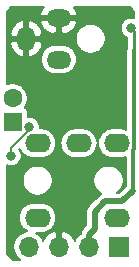
<source format=gbr>
%TF.GenerationSoftware,KiCad,Pcbnew,5.1.10*%
%TF.CreationDate,2021-05-14T23:01:05+02:00*%
%TF.ProjectId,kenwood-trrs,6b656e77-6f6f-4642-9d74-7272732e6b69,rev?*%
%TF.SameCoordinates,Original*%
%TF.FileFunction,Copper,L2,Bot*%
%TF.FilePolarity,Positive*%
%FSLAX46Y46*%
G04 Gerber Fmt 4.6, Leading zero omitted, Abs format (unit mm)*
G04 Created by KiCad (PCBNEW 5.1.10) date 2021-05-14 23:01:05*
%MOMM*%
%LPD*%
G01*
G04 APERTURE LIST*
%TA.AperFunction,ComponentPad*%
%ADD10C,1.600000*%
%TD*%
%TA.AperFunction,ComponentPad*%
%ADD11R,1.600000X1.600000*%
%TD*%
%TA.AperFunction,ComponentPad*%
%ADD12O,2.200000X1.600000*%
%TD*%
%TA.AperFunction,ComponentPad*%
%ADD13O,1.700000X1.700000*%
%TD*%
%TA.AperFunction,ComponentPad*%
%ADD14R,1.700000X1.700000*%
%TD*%
%TA.AperFunction,ComponentPad*%
%ADD15O,2.100000X1.500000*%
%TD*%
%TA.AperFunction,ComponentPad*%
%ADD16O,1.500000X2.100000*%
%TD*%
%TA.AperFunction,ViaPad*%
%ADD17C,0.800000*%
%TD*%
%TA.AperFunction,Conductor*%
%ADD18C,0.500000*%
%TD*%
%TA.AperFunction,Conductor*%
%ADD19C,0.300000*%
%TD*%
%TA.AperFunction,Conductor*%
%ADD20C,0.250000*%
%TD*%
%TA.AperFunction,Conductor*%
%ADD21C,0.200000*%
%TD*%
%TA.AperFunction,Conductor*%
%ADD22C,0.150000*%
%TD*%
%TA.AperFunction,Conductor*%
%ADD23C,0.100000*%
%TD*%
G04 APERTURE END LIST*
D10*
%TO.P,C1,2*%
%TO.N,Net-(C1-Pad2)*%
X149000000Y-81820000D03*
D11*
%TO.P,C1,1*%
%TO.N,/Mic+*%
X149000000Y-83820000D03*
%TD*%
D12*
%TO.P,J3,S*%
%TO.N,/PTT_Mic-*%
X157800000Y-85650000D03*
X157800000Y-91950000D03*
%TO.P,J3,R*%
%TO.N,/Mic+*%
X154600000Y-85650000D03*
%TO.P,J3,T*%
%TO.N,Net-(J3-PadT)*%
X151100000Y-85650000D03*
X151100000Y-91950000D03*
%TD*%
D13*
%TO.P,J1,S*%
%TO.N,/Mic+*%
X150380000Y-94400000D03*
%TO.P,J1,R2*%
%TO.N,GND*%
X152920000Y-94400000D03*
%TO.P,J1,R1*%
%TO.N,Net-(J1-PadR1)*%
X155460000Y-94400000D03*
D14*
%TO.P,J1,T*%
%TO.N,Net-(J1-PadT)*%
X158000000Y-94400000D03*
%TD*%
D15*
%TO.P,J2,R*%
%TO.N,GND*%
X152900000Y-75050000D03*
D16*
%TO.P,J2,S*%
X150150000Y-76800000D03*
D15*
%TO.P,J2,T*%
%TO.N,Net-(J2-PadT)*%
X152900000Y-78550000D03*
%TD*%
D17*
%TO.N,GND*%
X149098000Y-91186000D03*
X152900000Y-87099998D03*
X152350000Y-83650000D03*
X149000000Y-78700000D03*
%TO.N,Net-(J1-PadR1)*%
X159000000Y-75900000D03*
%TO.N,Net-(C2-Pad1)*%
X148865069Y-86684932D03*
X150400002Y-84250000D03*
%TD*%
D18*
%TO.N,Net-(J1-PadR1)*%
X155460000Y-93378999D02*
X155460000Y-94400000D01*
X155956000Y-92882999D02*
X155460000Y-93378999D01*
X155956000Y-91440000D02*
X155956000Y-92882999D01*
X156846001Y-90549999D02*
X155956000Y-91440000D01*
X158289000Y-90549999D02*
X156846001Y-90549999D01*
X159200001Y-89638998D02*
X158289000Y-90549999D01*
D19*
X159200001Y-86176358D02*
X159250010Y-86126349D01*
X159200001Y-89638998D02*
X159200001Y-86176358D01*
X159250010Y-86126349D02*
X159250010Y-77749990D01*
D20*
X159250010Y-76150010D02*
X159000000Y-75900000D01*
X159250010Y-77749990D02*
X159250010Y-76150010D01*
D21*
%TO.N,Net-(C2-Pad1)*%
X150400002Y-84494349D02*
X150400002Y-84250000D01*
X148865069Y-86029282D02*
X150400002Y-84494349D01*
X148865069Y-86684932D02*
X148865069Y-86029282D01*
%TD*%
D22*
%TO.N,GND*%
X151586155Y-74163834D02*
X151432753Y-74378653D01*
X151324208Y-74619271D01*
X151323338Y-74666565D01*
X151426321Y-74871000D01*
X152721000Y-74871000D01*
X152721000Y-74851000D01*
X153079000Y-74851000D01*
X153079000Y-74871000D01*
X154373679Y-74871000D01*
X154476662Y-74666565D01*
X154475792Y-74619271D01*
X154367247Y-74378653D01*
X154213845Y-74163834D01*
X154172519Y-74125000D01*
X158968751Y-74125000D01*
X159188743Y-74418324D01*
X159275000Y-74547709D01*
X159275000Y-75066816D01*
X159255228Y-75058626D01*
X159086180Y-75025000D01*
X158913820Y-75025000D01*
X158744772Y-75058626D01*
X158585532Y-75124585D01*
X158442220Y-75220343D01*
X158320343Y-75342220D01*
X158224585Y-75485532D01*
X158158626Y-75644772D01*
X158125000Y-75813820D01*
X158125000Y-75986180D01*
X158158626Y-76155228D01*
X158224585Y-76314468D01*
X158320343Y-76457780D01*
X158442220Y-76579657D01*
X158585532Y-76675415D01*
X158650011Y-76702123D01*
X158650010Y-77574868D01*
X158634054Y-77627469D01*
X158625011Y-77719286D01*
X158625010Y-84484917D01*
X158590282Y-84466354D01*
X158349944Y-84393448D01*
X158162636Y-84375000D01*
X157437364Y-84375000D01*
X157250056Y-84393448D01*
X157009718Y-84466354D01*
X156788221Y-84584747D01*
X156594077Y-84744077D01*
X156434747Y-84938221D01*
X156316354Y-85159718D01*
X156243448Y-85400056D01*
X156218831Y-85650000D01*
X156243448Y-85899944D01*
X156316354Y-86140282D01*
X156434747Y-86361779D01*
X156594077Y-86555923D01*
X156788221Y-86715253D01*
X157009718Y-86833646D01*
X157250056Y-86906552D01*
X157437364Y-86925000D01*
X158162636Y-86925000D01*
X158349944Y-86906552D01*
X158575002Y-86838281D01*
X158575001Y-89238693D01*
X157988696Y-89824999D01*
X157860920Y-89824999D01*
X157912765Y-89790357D01*
X158090357Y-89612765D01*
X158229890Y-89403939D01*
X158326002Y-89171904D01*
X158375000Y-88925577D01*
X158375000Y-88674423D01*
X158326002Y-88428096D01*
X158229890Y-88196061D01*
X158090357Y-87987235D01*
X157912765Y-87809643D01*
X157703939Y-87670110D01*
X157471904Y-87573998D01*
X157225577Y-87525000D01*
X156974423Y-87525000D01*
X156728096Y-87573998D01*
X156496061Y-87670110D01*
X156287235Y-87809643D01*
X156109643Y-87987235D01*
X155970110Y-88196061D01*
X155873998Y-88428096D01*
X155825000Y-88674423D01*
X155825000Y-88925577D01*
X155873998Y-89171904D01*
X155970110Y-89403939D01*
X156109643Y-89612765D01*
X156287235Y-89790357D01*
X156483662Y-89921606D01*
X156441264Y-89944268D01*
X156358526Y-90012169D01*
X156358524Y-90012171D01*
X156330869Y-90034867D01*
X156308173Y-90062522D01*
X155468524Y-90902172D01*
X155440868Y-90924869D01*
X155418172Y-90952524D01*
X155418170Y-90952526D01*
X155350270Y-91035263D01*
X155350269Y-91035264D01*
X155282947Y-91161213D01*
X155241491Y-91297876D01*
X155231000Y-91404394D01*
X155231000Y-91404403D01*
X155227494Y-91440000D01*
X155231000Y-91475597D01*
X155231001Y-92582694D01*
X154972523Y-92841172D01*
X154944868Y-92863868D01*
X154922172Y-92891523D01*
X154922170Y-92891525D01*
X154854270Y-92974262D01*
X154854269Y-92974263D01*
X154786947Y-93100212D01*
X154745491Y-93236875D01*
X154740538Y-93287165D01*
X154615362Y-93370805D01*
X154430805Y-93555362D01*
X154285800Y-93772377D01*
X154244651Y-93871719D01*
X154191950Y-93739960D01*
X154038742Y-93504497D01*
X153842542Y-93303448D01*
X153610889Y-93144539D01*
X153352685Y-93033877D01*
X153319211Y-93023730D01*
X153099000Y-93125256D01*
X153099000Y-94221000D01*
X153119000Y-94221000D01*
X153119000Y-94579000D01*
X153099000Y-94579000D01*
X153099000Y-94599000D01*
X152741000Y-94599000D01*
X152741000Y-94579000D01*
X152721000Y-94579000D01*
X152721000Y-94221000D01*
X152741000Y-94221000D01*
X152741000Y-93125256D01*
X152520789Y-93023730D01*
X152487315Y-93033877D01*
X152229111Y-93144539D01*
X151997458Y-93303448D01*
X151801258Y-93504497D01*
X151648050Y-93739960D01*
X151595349Y-93871719D01*
X151554200Y-93772377D01*
X151409195Y-93555362D01*
X151224638Y-93370805D01*
X151007623Y-93225800D01*
X151005692Y-93225000D01*
X151462636Y-93225000D01*
X151649944Y-93206552D01*
X151890282Y-93133646D01*
X152111779Y-93015253D01*
X152305923Y-92855923D01*
X152465253Y-92661779D01*
X152583646Y-92440282D01*
X152656552Y-92199944D01*
X152681169Y-91950000D01*
X152656552Y-91700056D01*
X152583646Y-91459718D01*
X152465253Y-91238221D01*
X152305923Y-91044077D01*
X152111779Y-90884747D01*
X151890282Y-90766354D01*
X151649944Y-90693448D01*
X151462636Y-90675000D01*
X150737364Y-90675000D01*
X150550056Y-90693448D01*
X150309718Y-90766354D01*
X150088221Y-90884747D01*
X149894077Y-91044077D01*
X149734747Y-91238221D01*
X149616354Y-91459718D01*
X149543448Y-91700056D01*
X149518831Y-91950000D01*
X149543448Y-92199944D01*
X149616354Y-92440282D01*
X149734747Y-92661779D01*
X149894077Y-92855923D01*
X150088221Y-93015253D01*
X150213424Y-93082176D01*
X149993512Y-93125919D01*
X149752377Y-93225800D01*
X149535362Y-93370805D01*
X149350805Y-93555362D01*
X149205800Y-93772377D01*
X149105919Y-94013512D01*
X149055000Y-94269499D01*
X149055000Y-94530501D01*
X149105919Y-94786488D01*
X149205800Y-95027623D01*
X149350805Y-95244638D01*
X149535362Y-95429195D01*
X149641329Y-95500000D01*
X149007107Y-95500000D01*
X148525000Y-95017895D01*
X148525000Y-88674423D01*
X149825000Y-88674423D01*
X149825000Y-88925577D01*
X149873998Y-89171904D01*
X149970110Y-89403939D01*
X150109643Y-89612765D01*
X150287235Y-89790357D01*
X150496061Y-89929890D01*
X150728096Y-90026002D01*
X150974423Y-90075000D01*
X151225577Y-90075000D01*
X151471904Y-90026002D01*
X151703939Y-89929890D01*
X151912765Y-89790357D01*
X152090357Y-89612765D01*
X152229890Y-89403939D01*
X152326002Y-89171904D01*
X152375000Y-88925577D01*
X152375000Y-88674423D01*
X152326002Y-88428096D01*
X152229890Y-88196061D01*
X152090357Y-87987235D01*
X151912765Y-87809643D01*
X151703939Y-87670110D01*
X151471904Y-87573998D01*
X151225577Y-87525000D01*
X150974423Y-87525000D01*
X150728096Y-87573998D01*
X150496061Y-87670110D01*
X150287235Y-87809643D01*
X150109643Y-87987235D01*
X149970110Y-88196061D01*
X149873998Y-88428096D01*
X149825000Y-88674423D01*
X148525000Y-88674423D01*
X148525000Y-87491164D01*
X148609841Y-87526306D01*
X148778889Y-87559932D01*
X148951249Y-87559932D01*
X149120297Y-87526306D01*
X149279537Y-87460347D01*
X149422849Y-87364589D01*
X149544726Y-87242712D01*
X149640484Y-87099400D01*
X149706443Y-86940160D01*
X149740069Y-86771112D01*
X149740069Y-86598752D01*
X149706443Y-86429704D01*
X149640484Y-86270464D01*
X149559003Y-86148520D01*
X149604923Y-86102600D01*
X149616354Y-86140282D01*
X149734747Y-86361779D01*
X149894077Y-86555923D01*
X150088221Y-86715253D01*
X150309718Y-86833646D01*
X150550056Y-86906552D01*
X150737364Y-86925000D01*
X151462636Y-86925000D01*
X151649944Y-86906552D01*
X151890282Y-86833646D01*
X152111779Y-86715253D01*
X152305923Y-86555923D01*
X152465253Y-86361779D01*
X152583646Y-86140282D01*
X152656552Y-85899944D01*
X152681169Y-85650000D01*
X153018831Y-85650000D01*
X153043448Y-85899944D01*
X153116354Y-86140282D01*
X153234747Y-86361779D01*
X153394077Y-86555923D01*
X153588221Y-86715253D01*
X153809718Y-86833646D01*
X154050056Y-86906552D01*
X154237364Y-86925000D01*
X154962636Y-86925000D01*
X155149944Y-86906552D01*
X155390282Y-86833646D01*
X155611779Y-86715253D01*
X155805923Y-86555923D01*
X155965253Y-86361779D01*
X156083646Y-86140282D01*
X156156552Y-85899944D01*
X156181169Y-85650000D01*
X156156552Y-85400056D01*
X156083646Y-85159718D01*
X155965253Y-84938221D01*
X155805923Y-84744077D01*
X155611779Y-84584747D01*
X155390282Y-84466354D01*
X155149944Y-84393448D01*
X154962636Y-84375000D01*
X154237364Y-84375000D01*
X154050056Y-84393448D01*
X153809718Y-84466354D01*
X153588221Y-84584747D01*
X153394077Y-84744077D01*
X153234747Y-84938221D01*
X153116354Y-85159718D01*
X153043448Y-85400056D01*
X153018831Y-85650000D01*
X152681169Y-85650000D01*
X152656552Y-85400056D01*
X152583646Y-85159718D01*
X152465253Y-84938221D01*
X152305923Y-84744077D01*
X152111779Y-84584747D01*
X151890282Y-84466354D01*
X151649944Y-84393448D01*
X151462636Y-84375000D01*
X151267280Y-84375000D01*
X151275002Y-84336180D01*
X151275002Y-84163820D01*
X151241376Y-83994772D01*
X151175417Y-83835532D01*
X151079659Y-83692220D01*
X150957782Y-83570343D01*
X150814470Y-83474585D01*
X150655230Y-83408626D01*
X150486182Y-83375000D01*
X150313822Y-83375000D01*
X150277298Y-83382265D01*
X150277298Y-83020000D01*
X150268127Y-82926884D01*
X150240966Y-82837346D01*
X150196859Y-82754827D01*
X150137501Y-82682499D01*
X150065173Y-82623141D01*
X150014784Y-82596208D01*
X150129890Y-82423939D01*
X150226002Y-82191904D01*
X150275000Y-81945577D01*
X150275000Y-81694423D01*
X150226002Y-81448096D01*
X150129890Y-81216061D01*
X149990357Y-81007235D01*
X149812765Y-80829643D01*
X149603939Y-80690110D01*
X149371904Y-80593998D01*
X149125577Y-80545000D01*
X148874423Y-80545000D01*
X148628096Y-80593998D01*
X148525000Y-80636702D01*
X148525000Y-78550000D01*
X151369073Y-78550000D01*
X151392725Y-78790142D01*
X151462772Y-79021055D01*
X151576522Y-79233866D01*
X151729603Y-79420397D01*
X151916134Y-79573478D01*
X152128945Y-79687228D01*
X152359858Y-79757275D01*
X152539822Y-79775000D01*
X153260178Y-79775000D01*
X153440142Y-79757275D01*
X153671055Y-79687228D01*
X153883866Y-79573478D01*
X154070397Y-79420397D01*
X154223478Y-79233866D01*
X154337228Y-79021055D01*
X154407275Y-78790142D01*
X154430927Y-78550000D01*
X154407275Y-78309858D01*
X154337228Y-78078945D01*
X154223478Y-77866134D01*
X154070397Y-77679603D01*
X153883866Y-77526522D01*
X153671055Y-77412772D01*
X153440142Y-77342725D01*
X153260178Y-77325000D01*
X152539822Y-77325000D01*
X152359858Y-77342725D01*
X152128945Y-77412772D01*
X151916134Y-77526522D01*
X151729603Y-77679603D01*
X151576522Y-77866134D01*
X151462772Y-78078945D01*
X151392725Y-78309858D01*
X151369073Y-78550000D01*
X148525000Y-78550000D01*
X148525000Y-77190283D01*
X148806489Y-77190283D01*
X148849918Y-77450654D01*
X148943308Y-77697550D01*
X149083070Y-77921482D01*
X149263834Y-78113845D01*
X149478653Y-78267247D01*
X149719271Y-78375792D01*
X149766565Y-78376662D01*
X149971000Y-78273679D01*
X149971000Y-76979000D01*
X150329000Y-76979000D01*
X150329000Y-78273679D01*
X150533435Y-78376662D01*
X150580729Y-78375792D01*
X150821347Y-78267247D01*
X151036166Y-78113845D01*
X151216930Y-77921482D01*
X151356692Y-77697550D01*
X151450082Y-77450654D01*
X151493511Y-77190283D01*
X151345344Y-76979000D01*
X150329000Y-76979000D01*
X149971000Y-76979000D01*
X148954656Y-76979000D01*
X148806489Y-77190283D01*
X148525000Y-77190283D01*
X148525000Y-76674423D01*
X154325000Y-76674423D01*
X154325000Y-76925577D01*
X154373998Y-77171904D01*
X154470110Y-77403939D01*
X154609643Y-77612765D01*
X154787235Y-77790357D01*
X154996061Y-77929890D01*
X155228096Y-78026002D01*
X155474423Y-78075000D01*
X155725577Y-78075000D01*
X155971904Y-78026002D01*
X156203939Y-77929890D01*
X156412765Y-77790357D01*
X156590357Y-77612765D01*
X156729890Y-77403939D01*
X156826002Y-77171904D01*
X156875000Y-76925577D01*
X156875000Y-76674423D01*
X156826002Y-76428096D01*
X156729890Y-76196061D01*
X156590357Y-75987235D01*
X156412765Y-75809643D01*
X156203939Y-75670110D01*
X155971904Y-75573998D01*
X155725577Y-75525000D01*
X155474423Y-75525000D01*
X155228096Y-75573998D01*
X154996061Y-75670110D01*
X154787235Y-75809643D01*
X154609643Y-75987235D01*
X154470110Y-76196061D01*
X154373998Y-76428096D01*
X154325000Y-76674423D01*
X148525000Y-76674423D01*
X148525000Y-76409717D01*
X148806489Y-76409717D01*
X148954656Y-76621000D01*
X149971000Y-76621000D01*
X149971000Y-75326321D01*
X150329000Y-75326321D01*
X150329000Y-76621000D01*
X151345344Y-76621000D01*
X151493511Y-76409717D01*
X151450082Y-76149346D01*
X151356692Y-75902450D01*
X151216930Y-75678518D01*
X151036166Y-75486155D01*
X150962339Y-75433435D01*
X151323338Y-75433435D01*
X151324208Y-75480729D01*
X151432753Y-75721347D01*
X151586155Y-75936166D01*
X151778518Y-76116930D01*
X152002450Y-76256692D01*
X152249346Y-76350082D01*
X152509717Y-76393511D01*
X152721000Y-76245344D01*
X152721000Y-75229000D01*
X153079000Y-75229000D01*
X153079000Y-76245344D01*
X153290283Y-76393511D01*
X153550654Y-76350082D01*
X153797550Y-76256692D01*
X154021482Y-76116930D01*
X154213845Y-75936166D01*
X154367247Y-75721347D01*
X154475792Y-75480729D01*
X154476662Y-75433435D01*
X154373679Y-75229000D01*
X153079000Y-75229000D01*
X152721000Y-75229000D01*
X151426321Y-75229000D01*
X151323338Y-75433435D01*
X150962339Y-75433435D01*
X150821347Y-75332753D01*
X150580729Y-75224208D01*
X150533435Y-75223338D01*
X150329000Y-75326321D01*
X149971000Y-75326321D01*
X149766565Y-75223338D01*
X149719271Y-75224208D01*
X149478653Y-75332753D01*
X149263834Y-75486155D01*
X149083070Y-75678518D01*
X148943308Y-75902450D01*
X148849918Y-76149346D01*
X148806489Y-76409717D01*
X148525000Y-76409717D01*
X148525000Y-74533333D01*
X148831250Y-74125000D01*
X151627481Y-74125000D01*
X151586155Y-74163834D01*
%TA.AperFunction,Conductor*%
D23*
G36*
X151586155Y-74163834D02*
G01*
X151432753Y-74378653D01*
X151324208Y-74619271D01*
X151323338Y-74666565D01*
X151426321Y-74871000D01*
X152721000Y-74871000D01*
X152721000Y-74851000D01*
X153079000Y-74851000D01*
X153079000Y-74871000D01*
X154373679Y-74871000D01*
X154476662Y-74666565D01*
X154475792Y-74619271D01*
X154367247Y-74378653D01*
X154213845Y-74163834D01*
X154172519Y-74125000D01*
X158968751Y-74125000D01*
X159188743Y-74418324D01*
X159275000Y-74547709D01*
X159275000Y-75066816D01*
X159255228Y-75058626D01*
X159086180Y-75025000D01*
X158913820Y-75025000D01*
X158744772Y-75058626D01*
X158585532Y-75124585D01*
X158442220Y-75220343D01*
X158320343Y-75342220D01*
X158224585Y-75485532D01*
X158158626Y-75644772D01*
X158125000Y-75813820D01*
X158125000Y-75986180D01*
X158158626Y-76155228D01*
X158224585Y-76314468D01*
X158320343Y-76457780D01*
X158442220Y-76579657D01*
X158585532Y-76675415D01*
X158650011Y-76702123D01*
X158650010Y-77574868D01*
X158634054Y-77627469D01*
X158625011Y-77719286D01*
X158625010Y-84484917D01*
X158590282Y-84466354D01*
X158349944Y-84393448D01*
X158162636Y-84375000D01*
X157437364Y-84375000D01*
X157250056Y-84393448D01*
X157009718Y-84466354D01*
X156788221Y-84584747D01*
X156594077Y-84744077D01*
X156434747Y-84938221D01*
X156316354Y-85159718D01*
X156243448Y-85400056D01*
X156218831Y-85650000D01*
X156243448Y-85899944D01*
X156316354Y-86140282D01*
X156434747Y-86361779D01*
X156594077Y-86555923D01*
X156788221Y-86715253D01*
X157009718Y-86833646D01*
X157250056Y-86906552D01*
X157437364Y-86925000D01*
X158162636Y-86925000D01*
X158349944Y-86906552D01*
X158575002Y-86838281D01*
X158575001Y-89238693D01*
X157988696Y-89824999D01*
X157860920Y-89824999D01*
X157912765Y-89790357D01*
X158090357Y-89612765D01*
X158229890Y-89403939D01*
X158326002Y-89171904D01*
X158375000Y-88925577D01*
X158375000Y-88674423D01*
X158326002Y-88428096D01*
X158229890Y-88196061D01*
X158090357Y-87987235D01*
X157912765Y-87809643D01*
X157703939Y-87670110D01*
X157471904Y-87573998D01*
X157225577Y-87525000D01*
X156974423Y-87525000D01*
X156728096Y-87573998D01*
X156496061Y-87670110D01*
X156287235Y-87809643D01*
X156109643Y-87987235D01*
X155970110Y-88196061D01*
X155873998Y-88428096D01*
X155825000Y-88674423D01*
X155825000Y-88925577D01*
X155873998Y-89171904D01*
X155970110Y-89403939D01*
X156109643Y-89612765D01*
X156287235Y-89790357D01*
X156483662Y-89921606D01*
X156441264Y-89944268D01*
X156358526Y-90012169D01*
X156358524Y-90012171D01*
X156330869Y-90034867D01*
X156308173Y-90062522D01*
X155468524Y-90902172D01*
X155440868Y-90924869D01*
X155418172Y-90952524D01*
X155418170Y-90952526D01*
X155350270Y-91035263D01*
X155350269Y-91035264D01*
X155282947Y-91161213D01*
X155241491Y-91297876D01*
X155231000Y-91404394D01*
X155231000Y-91404403D01*
X155227494Y-91440000D01*
X155231000Y-91475597D01*
X155231001Y-92582694D01*
X154972523Y-92841172D01*
X154944868Y-92863868D01*
X154922172Y-92891523D01*
X154922170Y-92891525D01*
X154854270Y-92974262D01*
X154854269Y-92974263D01*
X154786947Y-93100212D01*
X154745491Y-93236875D01*
X154740538Y-93287165D01*
X154615362Y-93370805D01*
X154430805Y-93555362D01*
X154285800Y-93772377D01*
X154244651Y-93871719D01*
X154191950Y-93739960D01*
X154038742Y-93504497D01*
X153842542Y-93303448D01*
X153610889Y-93144539D01*
X153352685Y-93033877D01*
X153319211Y-93023730D01*
X153099000Y-93125256D01*
X153099000Y-94221000D01*
X153119000Y-94221000D01*
X153119000Y-94579000D01*
X153099000Y-94579000D01*
X153099000Y-94599000D01*
X152741000Y-94599000D01*
X152741000Y-94579000D01*
X152721000Y-94579000D01*
X152721000Y-94221000D01*
X152741000Y-94221000D01*
X152741000Y-93125256D01*
X152520789Y-93023730D01*
X152487315Y-93033877D01*
X152229111Y-93144539D01*
X151997458Y-93303448D01*
X151801258Y-93504497D01*
X151648050Y-93739960D01*
X151595349Y-93871719D01*
X151554200Y-93772377D01*
X151409195Y-93555362D01*
X151224638Y-93370805D01*
X151007623Y-93225800D01*
X151005692Y-93225000D01*
X151462636Y-93225000D01*
X151649944Y-93206552D01*
X151890282Y-93133646D01*
X152111779Y-93015253D01*
X152305923Y-92855923D01*
X152465253Y-92661779D01*
X152583646Y-92440282D01*
X152656552Y-92199944D01*
X152681169Y-91950000D01*
X152656552Y-91700056D01*
X152583646Y-91459718D01*
X152465253Y-91238221D01*
X152305923Y-91044077D01*
X152111779Y-90884747D01*
X151890282Y-90766354D01*
X151649944Y-90693448D01*
X151462636Y-90675000D01*
X150737364Y-90675000D01*
X150550056Y-90693448D01*
X150309718Y-90766354D01*
X150088221Y-90884747D01*
X149894077Y-91044077D01*
X149734747Y-91238221D01*
X149616354Y-91459718D01*
X149543448Y-91700056D01*
X149518831Y-91950000D01*
X149543448Y-92199944D01*
X149616354Y-92440282D01*
X149734747Y-92661779D01*
X149894077Y-92855923D01*
X150088221Y-93015253D01*
X150213424Y-93082176D01*
X149993512Y-93125919D01*
X149752377Y-93225800D01*
X149535362Y-93370805D01*
X149350805Y-93555362D01*
X149205800Y-93772377D01*
X149105919Y-94013512D01*
X149055000Y-94269499D01*
X149055000Y-94530501D01*
X149105919Y-94786488D01*
X149205800Y-95027623D01*
X149350805Y-95244638D01*
X149535362Y-95429195D01*
X149641329Y-95500000D01*
X149007107Y-95500000D01*
X148525000Y-95017895D01*
X148525000Y-88674423D01*
X149825000Y-88674423D01*
X149825000Y-88925577D01*
X149873998Y-89171904D01*
X149970110Y-89403939D01*
X150109643Y-89612765D01*
X150287235Y-89790357D01*
X150496061Y-89929890D01*
X150728096Y-90026002D01*
X150974423Y-90075000D01*
X151225577Y-90075000D01*
X151471904Y-90026002D01*
X151703939Y-89929890D01*
X151912765Y-89790357D01*
X152090357Y-89612765D01*
X152229890Y-89403939D01*
X152326002Y-89171904D01*
X152375000Y-88925577D01*
X152375000Y-88674423D01*
X152326002Y-88428096D01*
X152229890Y-88196061D01*
X152090357Y-87987235D01*
X151912765Y-87809643D01*
X151703939Y-87670110D01*
X151471904Y-87573998D01*
X151225577Y-87525000D01*
X150974423Y-87525000D01*
X150728096Y-87573998D01*
X150496061Y-87670110D01*
X150287235Y-87809643D01*
X150109643Y-87987235D01*
X149970110Y-88196061D01*
X149873998Y-88428096D01*
X149825000Y-88674423D01*
X148525000Y-88674423D01*
X148525000Y-87491164D01*
X148609841Y-87526306D01*
X148778889Y-87559932D01*
X148951249Y-87559932D01*
X149120297Y-87526306D01*
X149279537Y-87460347D01*
X149422849Y-87364589D01*
X149544726Y-87242712D01*
X149640484Y-87099400D01*
X149706443Y-86940160D01*
X149740069Y-86771112D01*
X149740069Y-86598752D01*
X149706443Y-86429704D01*
X149640484Y-86270464D01*
X149559003Y-86148520D01*
X149604923Y-86102600D01*
X149616354Y-86140282D01*
X149734747Y-86361779D01*
X149894077Y-86555923D01*
X150088221Y-86715253D01*
X150309718Y-86833646D01*
X150550056Y-86906552D01*
X150737364Y-86925000D01*
X151462636Y-86925000D01*
X151649944Y-86906552D01*
X151890282Y-86833646D01*
X152111779Y-86715253D01*
X152305923Y-86555923D01*
X152465253Y-86361779D01*
X152583646Y-86140282D01*
X152656552Y-85899944D01*
X152681169Y-85650000D01*
X153018831Y-85650000D01*
X153043448Y-85899944D01*
X153116354Y-86140282D01*
X153234747Y-86361779D01*
X153394077Y-86555923D01*
X153588221Y-86715253D01*
X153809718Y-86833646D01*
X154050056Y-86906552D01*
X154237364Y-86925000D01*
X154962636Y-86925000D01*
X155149944Y-86906552D01*
X155390282Y-86833646D01*
X155611779Y-86715253D01*
X155805923Y-86555923D01*
X155965253Y-86361779D01*
X156083646Y-86140282D01*
X156156552Y-85899944D01*
X156181169Y-85650000D01*
X156156552Y-85400056D01*
X156083646Y-85159718D01*
X155965253Y-84938221D01*
X155805923Y-84744077D01*
X155611779Y-84584747D01*
X155390282Y-84466354D01*
X155149944Y-84393448D01*
X154962636Y-84375000D01*
X154237364Y-84375000D01*
X154050056Y-84393448D01*
X153809718Y-84466354D01*
X153588221Y-84584747D01*
X153394077Y-84744077D01*
X153234747Y-84938221D01*
X153116354Y-85159718D01*
X153043448Y-85400056D01*
X153018831Y-85650000D01*
X152681169Y-85650000D01*
X152656552Y-85400056D01*
X152583646Y-85159718D01*
X152465253Y-84938221D01*
X152305923Y-84744077D01*
X152111779Y-84584747D01*
X151890282Y-84466354D01*
X151649944Y-84393448D01*
X151462636Y-84375000D01*
X151267280Y-84375000D01*
X151275002Y-84336180D01*
X151275002Y-84163820D01*
X151241376Y-83994772D01*
X151175417Y-83835532D01*
X151079659Y-83692220D01*
X150957782Y-83570343D01*
X150814470Y-83474585D01*
X150655230Y-83408626D01*
X150486182Y-83375000D01*
X150313822Y-83375000D01*
X150277298Y-83382265D01*
X150277298Y-83020000D01*
X150268127Y-82926884D01*
X150240966Y-82837346D01*
X150196859Y-82754827D01*
X150137501Y-82682499D01*
X150065173Y-82623141D01*
X150014784Y-82596208D01*
X150129890Y-82423939D01*
X150226002Y-82191904D01*
X150275000Y-81945577D01*
X150275000Y-81694423D01*
X150226002Y-81448096D01*
X150129890Y-81216061D01*
X149990357Y-81007235D01*
X149812765Y-80829643D01*
X149603939Y-80690110D01*
X149371904Y-80593998D01*
X149125577Y-80545000D01*
X148874423Y-80545000D01*
X148628096Y-80593998D01*
X148525000Y-80636702D01*
X148525000Y-78550000D01*
X151369073Y-78550000D01*
X151392725Y-78790142D01*
X151462772Y-79021055D01*
X151576522Y-79233866D01*
X151729603Y-79420397D01*
X151916134Y-79573478D01*
X152128945Y-79687228D01*
X152359858Y-79757275D01*
X152539822Y-79775000D01*
X153260178Y-79775000D01*
X153440142Y-79757275D01*
X153671055Y-79687228D01*
X153883866Y-79573478D01*
X154070397Y-79420397D01*
X154223478Y-79233866D01*
X154337228Y-79021055D01*
X154407275Y-78790142D01*
X154430927Y-78550000D01*
X154407275Y-78309858D01*
X154337228Y-78078945D01*
X154223478Y-77866134D01*
X154070397Y-77679603D01*
X153883866Y-77526522D01*
X153671055Y-77412772D01*
X153440142Y-77342725D01*
X153260178Y-77325000D01*
X152539822Y-77325000D01*
X152359858Y-77342725D01*
X152128945Y-77412772D01*
X151916134Y-77526522D01*
X151729603Y-77679603D01*
X151576522Y-77866134D01*
X151462772Y-78078945D01*
X151392725Y-78309858D01*
X151369073Y-78550000D01*
X148525000Y-78550000D01*
X148525000Y-77190283D01*
X148806489Y-77190283D01*
X148849918Y-77450654D01*
X148943308Y-77697550D01*
X149083070Y-77921482D01*
X149263834Y-78113845D01*
X149478653Y-78267247D01*
X149719271Y-78375792D01*
X149766565Y-78376662D01*
X149971000Y-78273679D01*
X149971000Y-76979000D01*
X150329000Y-76979000D01*
X150329000Y-78273679D01*
X150533435Y-78376662D01*
X150580729Y-78375792D01*
X150821347Y-78267247D01*
X151036166Y-78113845D01*
X151216930Y-77921482D01*
X151356692Y-77697550D01*
X151450082Y-77450654D01*
X151493511Y-77190283D01*
X151345344Y-76979000D01*
X150329000Y-76979000D01*
X149971000Y-76979000D01*
X148954656Y-76979000D01*
X148806489Y-77190283D01*
X148525000Y-77190283D01*
X148525000Y-76674423D01*
X154325000Y-76674423D01*
X154325000Y-76925577D01*
X154373998Y-77171904D01*
X154470110Y-77403939D01*
X154609643Y-77612765D01*
X154787235Y-77790357D01*
X154996061Y-77929890D01*
X155228096Y-78026002D01*
X155474423Y-78075000D01*
X155725577Y-78075000D01*
X155971904Y-78026002D01*
X156203939Y-77929890D01*
X156412765Y-77790357D01*
X156590357Y-77612765D01*
X156729890Y-77403939D01*
X156826002Y-77171904D01*
X156875000Y-76925577D01*
X156875000Y-76674423D01*
X156826002Y-76428096D01*
X156729890Y-76196061D01*
X156590357Y-75987235D01*
X156412765Y-75809643D01*
X156203939Y-75670110D01*
X155971904Y-75573998D01*
X155725577Y-75525000D01*
X155474423Y-75525000D01*
X155228096Y-75573998D01*
X154996061Y-75670110D01*
X154787235Y-75809643D01*
X154609643Y-75987235D01*
X154470110Y-76196061D01*
X154373998Y-76428096D01*
X154325000Y-76674423D01*
X148525000Y-76674423D01*
X148525000Y-76409717D01*
X148806489Y-76409717D01*
X148954656Y-76621000D01*
X149971000Y-76621000D01*
X149971000Y-75326321D01*
X150329000Y-75326321D01*
X150329000Y-76621000D01*
X151345344Y-76621000D01*
X151493511Y-76409717D01*
X151450082Y-76149346D01*
X151356692Y-75902450D01*
X151216930Y-75678518D01*
X151036166Y-75486155D01*
X150962339Y-75433435D01*
X151323338Y-75433435D01*
X151324208Y-75480729D01*
X151432753Y-75721347D01*
X151586155Y-75936166D01*
X151778518Y-76116930D01*
X152002450Y-76256692D01*
X152249346Y-76350082D01*
X152509717Y-76393511D01*
X152721000Y-76245344D01*
X152721000Y-75229000D01*
X153079000Y-75229000D01*
X153079000Y-76245344D01*
X153290283Y-76393511D01*
X153550654Y-76350082D01*
X153797550Y-76256692D01*
X154021482Y-76116930D01*
X154213845Y-75936166D01*
X154367247Y-75721347D01*
X154475792Y-75480729D01*
X154476662Y-75433435D01*
X154373679Y-75229000D01*
X153079000Y-75229000D01*
X152721000Y-75229000D01*
X151426321Y-75229000D01*
X151323338Y-75433435D01*
X150962339Y-75433435D01*
X150821347Y-75332753D01*
X150580729Y-75224208D01*
X150533435Y-75223338D01*
X150329000Y-75326321D01*
X149971000Y-75326321D01*
X149766565Y-75223338D01*
X149719271Y-75224208D01*
X149478653Y-75332753D01*
X149263834Y-75486155D01*
X149083070Y-75678518D01*
X148943308Y-75902450D01*
X148849918Y-76149346D01*
X148806489Y-76409717D01*
X148525000Y-76409717D01*
X148525000Y-74533333D01*
X148831250Y-74125000D01*
X151627481Y-74125000D01*
X151586155Y-74163834D01*
G37*
%TD.AperFunction*%
%TD*%
M02*

</source>
